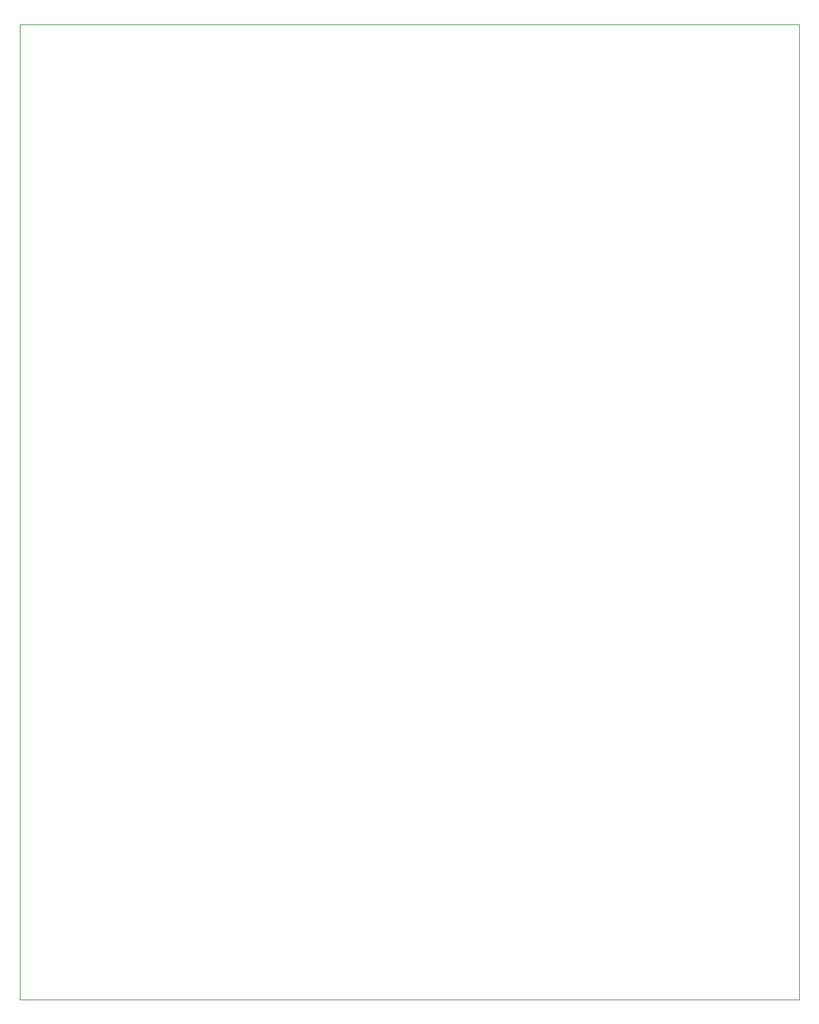
<source format=gbr>
%TF.GenerationSoftware,KiCad,Pcbnew,8.0.2*%
%TF.CreationDate,2025-02-22T15:35:03+01:00*%
%TF.ProjectId,enclosure,656e636c-6f73-4757-9265-2e6b69636164,1.0.0*%
%TF.SameCoordinates,Original*%
%TF.FileFunction,Profile,NP*%
%FSLAX46Y46*%
G04 Gerber Fmt 4.6, Leading zero omitted, Abs format (unit mm)*
G04 Created by KiCad (PCBNEW 8.0.2) date 2025-02-22 15:35:03*
%MOMM*%
%LPD*%
G01*
G04 APERTURE LIST*
%TA.AperFunction,Profile*%
%ADD10C,0.050000*%
%TD*%
G04 APERTURE END LIST*
D10*
X150000000Y-39750000D02*
X250000000Y-39750000D01*
X250000000Y-164750000D01*
X150000000Y-164750000D01*
X150000000Y-39750000D01*
M02*

</source>
